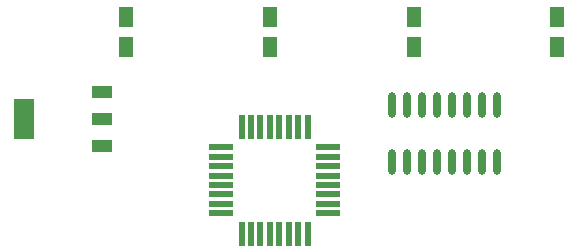
<source format=gtp>
G04 Layer_Color=8421504*
%FSLAX25Y25*%
%MOIN*%
G70*
G01*
G75*
%ADD10O,0.02362X0.08661*%
%ADD11R,0.06890X0.13386*%
%ADD12R,0.06890X0.04134*%
%ADD13R,0.06890X0.04134*%
%ADD14R,0.05000X0.07000*%
%ADD15R,0.08000X0.02000*%
%ADD16R,0.02000X0.08000*%
D10*
X179000Y72949D02*
D03*
X174000D02*
D03*
X169000D02*
D03*
X164000D02*
D03*
X159000D02*
D03*
X154000D02*
D03*
X149000D02*
D03*
X144000D02*
D03*
X179000Y54051D02*
D03*
X174000D02*
D03*
X169000D02*
D03*
X164000D02*
D03*
X159000D02*
D03*
X154000D02*
D03*
X149000D02*
D03*
X144000D02*
D03*
D11*
X21508Y68500D02*
D03*
D12*
X47492Y77555D02*
D03*
Y68500D02*
D03*
D13*
X47492Y59445D02*
D03*
D14*
X55500Y102500D02*
D03*
Y92500D02*
D03*
X103500Y102500D02*
D03*
Y92500D02*
D03*
X199000Y102500D02*
D03*
Y92500D02*
D03*
X151500Y102500D02*
D03*
Y92500D02*
D03*
D15*
X87098Y59024D02*
D03*
Y55874D02*
D03*
Y52724D02*
D03*
Y49575D02*
D03*
Y46425D02*
D03*
Y43276D02*
D03*
Y40126D02*
D03*
Y36976D02*
D03*
X122902D02*
D03*
Y40126D02*
D03*
Y43276D02*
D03*
Y46425D02*
D03*
Y49575D02*
D03*
Y52724D02*
D03*
Y55874D02*
D03*
Y59024D02*
D03*
D16*
X93976Y30098D02*
D03*
X97126D02*
D03*
X100276D02*
D03*
X103425D02*
D03*
X106575D02*
D03*
X109724D02*
D03*
X112874D02*
D03*
X116024D02*
D03*
X116024Y65902D02*
D03*
X112874D02*
D03*
X109724D02*
D03*
X106575D02*
D03*
X103425D02*
D03*
X100276D02*
D03*
X97126D02*
D03*
X93976D02*
D03*
M02*

</source>
